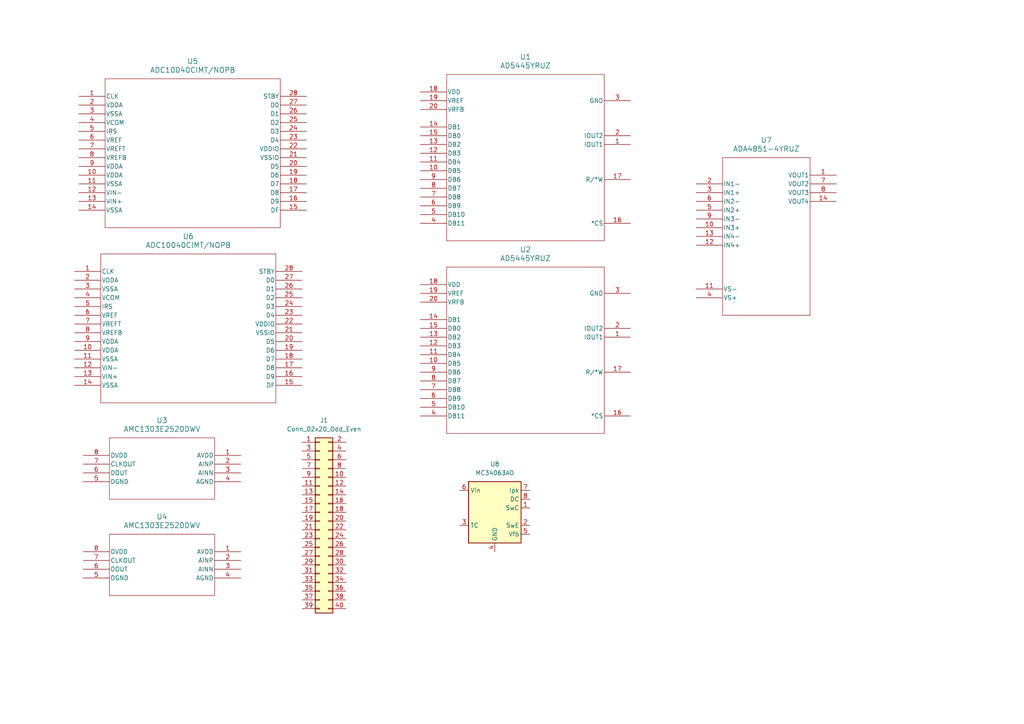
<source format=kicad_sch>
(kicad_sch (version 20231120) (generator "eeschema") (generator_version "8.0")
  (paper "A4")
  (lib_symbols
    (symbol "AD5445YRUZ:AD5445YRUZ" (pin_names (offset 0.254))
      (property "Reference" "U" (at 30.48 10.16 0))
      (property "Value" "AD5445YRUZ" (at 30.48 7.62 0))
      (symbol "AD5445YRUZ_0_1"
        (polyline (pts (xy 7.62 -43.18) (xy 53.34 -43.18)) (stroke (width 0.127)))
        (polyline (pts (xy 7.62 5.08) (xy 7.62 -43.18)) (stroke (width 0.127)))
        (polyline (pts (xy 53.34 -43.18) (xy 53.34 5.08)) (stroke (width 0.127)))
        (polyline (pts (xy 53.34 5.08) (xy 7.62 5.08)) (stroke (width 0.127)))
        (pin unspecified line (at 60.96 -15.24 180) (length 7.62) (name "IOUT1") (number "1"))
        (pin unspecified line (at 0 -22.86 0) (length 7.62) (name "DB5") (number "10"))
        (pin unspecified line (at 0 -20.32 0) (length 7.62) (name "DB4") (number "11"))
        (pin unspecified line (at 0 -17.78 0) (length 7.62) (name "DB3") (number "12"))
        (pin unspecified line (at 0 -15.24 0) (length 7.62) (name "DB2") (number "13"))
        (pin unspecified line (at 0 -10.16 0) (length 7.62) (name "DB1") (number "14"))
        (pin unspecified line (at 0 -12.7 0) (length 7.62) (name "DB0") (number "15"))
        (pin unspecified line (at 60.96 -38.1 180) (length 7.62) (name "*CS") (number "16"))
        (pin unspecified line (at 60.96 -25.4 180) (length 7.62) (name "R/*W") (number "17"))
        (pin unspecified line (at 0 0 0) (length 7.62) (name "VDD") (number "18"))
        (pin unspecified line (at 0 -2.54 0) (length 7.62) (name "VREF") (number "19"))
        (pin unspecified line (at 60.96 -12.7 180) (length 7.62) (name "IOUT2") (number "2"))
        (pin unspecified line (at 0 -5.08 0) (length 7.62) (name "VRFB") (number "20"))
        (pin unspecified line (at 60.96 -2.54 180) (length 7.62) (name "GND") (number "3"))
        (pin unspecified line (at 0 -38.1 0) (length 7.62) (name "DB11") (number "4"))
        (pin unspecified line (at 0 -35.56 0) (length 7.62) (name "DB10") (number "5"))
        (pin unspecified line (at 0 -33.02 0) (length 7.62) (name "DB9") (number "6"))
        (pin unspecified line (at 0 -30.48 0) (length 7.62) (name "DB8") (number "7"))
        (pin unspecified line (at 0 -27.94 0) (length 7.62) (name "DB7") (number "8"))
        (pin unspecified line (at 0 -25.4 0) (length 7.62) (name "DB6") (number "9"))
      )
    )
    (symbol "ADA4851:ADA4851-4YRUZ" (pin_names (offset 0.254))
      (property "Reference" "U" (at 20.32 12.7 0))
      (property "Value" "ADA4851-4YRUZ" (at 20.32 10.16 0))
      (symbol "ADA4851-4YRUZ_0_1"
        (polyline (pts (xy 7.62 -38.1) (xy 33.02 -38.1)) (stroke (width 0.127)))
        (polyline (pts (xy 7.62 7.62) (xy 7.62 -38.1)) (stroke (width 0.127)))
        (polyline (pts (xy 33.02 -38.1) (xy 33.02 7.62)) (stroke (width 0.127)))
        (polyline (pts (xy 33.02 7.62) (xy 7.62 7.62)) (stroke (width 0.127)))
        (pin output line (at 40.64 2.54 180) (length 7.62) (name "VOUT1") (number "1"))
        (pin input line (at 0 -12.7 0) (length 7.62) (name "IN3+") (number "10"))
        (pin power_in line (at 0 -30.48 0) (length 7.62) (name "VS-") (number "11"))
        (pin input line (at 0 -17.78 0) (length 7.62) (name "IN4+") (number "12"))
        (pin input line (at 0 -15.24 0) (length 7.62) (name "IN4-") (number "13"))
        (pin output line (at 40.64 -5.08 180) (length 7.62) (name "VOUT4") (number "14"))
        (pin input line (at 0 0 0) (length 7.62) (name "IN1-") (number "2"))
        (pin input line (at 0 -2.54 0) (length 7.62) (name "IN1+") (number "3"))
        (pin power_in line (at 0 -33.02 0) (length 7.62) (name "VS+") (number "4"))
        (pin input line (at 0 -7.62 0) (length 7.62) (name "IN2+") (number "5"))
        (pin input line (at 0 -5.08 0) (length 7.62) (name "IN2-") (number "6"))
        (pin output line (at 40.64 0 180) (length 7.62) (name "VOUT2") (number "7"))
        (pin output line (at 40.64 -2.54 180) (length 7.62) (name "VOUT3") (number "8"))
        (pin input line (at 0 -10.16 0) (length 7.62) (name "IN3-") (number "9"))
      )
    )
    (symbol "ADC10040:ADC10040CIMT_NOPB" (pin_names (offset 0.254))
      (property "Reference" "U" (at 33.02 10.16 0))
      (property "Value" "ADC10040CIMT/NOPB" (at 33.02 7.62 0))
      (symbol "ADC10040CIMT_NOPB_0_1"
        (polyline (pts (xy 7.62 -38.1) (xy 58.42 -38.1)) (stroke (width 0.127)))
        (polyline (pts (xy 7.62 5.08) (xy 7.62 -38.1)) (stroke (width 0.127)))
        (polyline (pts (xy 58.42 -38.1) (xy 58.42 5.08)) (stroke (width 0.127)))
        (polyline (pts (xy 58.42 5.08) (xy 7.62 5.08)) (stroke (width 0.127)))
        (pin passive line (at 0 0 0) (length 7.62) (name "CLK") (number "1"))
        (pin passive line (at 0 -22.86 0) (length 7.62) (name "VDDA") (number "10"))
        (pin passive line (at 0 -25.4 0) (length 7.62) (name "VSSA") (number "11"))
        (pin input line (at 0 -27.94 0) (length 7.62) (name "VIN-") (number "12"))
        (pin input line (at 0 -30.48 0) (length 7.62) (name "VIN+") (number "13"))
        (pin passive line (at 0 -33.02 0) (length 7.62) (name "VSSA") (number "14"))
        (pin passive line (at 66.04 -33.02 180) (length 7.62) (name "DF") (number "15"))
        (pin output line (at 66.04 -30.48 180) (length 7.62) (name "D9") (number "16"))
        (pin output line (at 66.04 -27.94 180) (length 7.62) (name "D8") (number "17"))
        (pin output line (at 66.04 -25.4 180) (length 7.62) (name "D7") (number "18"))
        (pin output line (at 66.04 -22.86 180) (length 7.62) (name "D6") (number "19"))
        (pin passive line (at 0 -2.54 0) (length 7.62) (name "VDDA") (number "2"))
        (pin output line (at 66.04 -20.32 180) (length 7.62) (name "D5") (number "20"))
        (pin passive line (at 66.04 -17.78 180) (length 7.62) (name "VSSIO") (number "21"))
        (pin passive line (at 66.04 -15.24 180) (length 7.62) (name "VDDIO") (number "22"))
        (pin output line (at 66.04 -12.7 180) (length 7.62) (name "D4") (number "23"))
        (pin output line (at 66.04 -10.16 180) (length 7.62) (name "D3") (number "24"))
        (pin output line (at 66.04 -7.62 180) (length 7.62) (name "D2") (number "25"))
        (pin output line (at 66.04 -5.08 180) (length 7.62) (name "D1") (number "26"))
        (pin output line (at 66.04 -2.54 180) (length 7.62) (name "D0") (number "27"))
        (pin passive line (at 66.04 0 180) (length 7.62) (name "STBY") (number "28"))
        (pin passive line (at 0 -5.08 0) (length 7.62) (name "VSSA") (number "3"))
        (pin passive line (at 0 -7.62 0) (length 7.62) (name "VCOM") (number "4"))
        (pin passive line (at 0 -10.16 0) (length 7.62) (name "IRS") (number "5"))
        (pin passive line (at 0 -12.7 0) (length 7.62) (name "VREF") (number "6"))
        (pin passive line (at 0 -15.24 0) (length 7.62) (name "VREFT") (number "7"))
        (pin passive line (at 0 -17.78 0) (length 7.62) (name "VREFB") (number "8"))
        (pin passive line (at 0 -20.32 0) (length 7.62) (name "VDDA") (number "9"))
      )
    )
    (symbol "AMC1303E2520DWV:AMC1303E2520DWV" (pin_names (offset 0.254))
      (property "Reference" "U" (at 22.86 10.16 0))
      (property "Value" "AMC1303E2520DWV" (at 22.86 7.62 0))
      (symbol "AMC1303E2520DWV_0_1"
        (polyline (pts (xy 7.62 -12.7) (xy 38.1 -12.7)) (stroke (width 0.127)))
        (polyline (pts (xy 7.62 5.08) (xy 7.62 -12.7)) (stroke (width 0.127)))
        (polyline (pts (xy 38.1 -12.7) (xy 38.1 5.08)) (stroke (width 0.127)))
        (polyline (pts (xy 38.1 5.08) (xy 7.62 5.08)) (stroke (width 0.127)))
        (pin power_in line (at 0 0 0) (length 7.62) (name "AVDD") (number "1"))
        (pin input line (at 0 -2.54 0) (length 7.62) (name "AINP") (number "2"))
        (pin input line (at 0 -5.08 0) (length 7.62) (name "AINN") (number "3"))
        (pin power_in line (at 0 -7.62 0) (length 7.62) (name "AGND") (number "4"))
        (pin power_in line (at 45.72 -7.62 180) (length 7.62) (name "DGND") (number "5"))
        (pin output line (at 45.72 -5.08 180) (length 7.62) (name "DOUT") (number "6"))
        (pin unspecified line (at 45.72 -2.54 180) (length 7.62) (name "CLKOUT") (number "7"))
        (pin power_in line (at 45.72 0 180) (length 7.62) (name "DVDD") (number "8"))
      )
    )
    (symbol "Connector_Generic:Conn_02x20_Odd_Even" (pin_names (offset 1.016) hide)
      (property "Reference" "J" (at 1.27 25.4 0))
      (property "Value" "Conn_02x20_Odd_Even" (at 1.27 -27.94 0))
      (symbol "Conn_02x20_Odd_Even_1_1"
        (rectangle (start -1.27 -25.273) (end 0 -25.527) (stroke (width 0.1524)))
        (rectangle (start -1.27 -22.733) (end 0 -22.987) (stroke (width 0.1524)))
        (rectangle (start -1.27 -20.193) (end 0 -20.447) (stroke (width 0.1524)))
        (rectangle (start -1.27 -17.653) (end 0 -17.907) (stroke (width 0.1524)))
        (rectangle (start -1.27 -15.113) (end 0 -15.367) (stroke (width 0.1524)))
        (rectangle (start -1.27 -12.573) (end 0 -12.827) (stroke (width 0.1524)))
        (rectangle (start -1.27 -10.033) (end 0 -10.287) (stroke (width 0.1524)))
        (rectangle (start -1.27 -7.493) (end 0 -7.747) (stroke (width 0.1524)))
        (rectangle (start -1.27 -4.953) (end 0 -5.207) (stroke (width 0.1524)))
        (rectangle (start -1.27 -2.413) (end 0 -2.667) (stroke (width 0.1524)))
        (rectangle (start -1.27 0.127) (end 0 -0.127) (stroke (width 0.1524)))
        (rectangle (start -1.27 2.667) (end 0 2.413) (stroke (width 0.1524)))
        (rectangle (start -1.27 5.207) (end 0 4.953) (stroke (width 0.1524)))
        (rectangle (start -1.27 7.747) (end 0 7.493) (stroke (width 0.1524)))
        (rectangle (start -1.27 10.287) (end 0 10.033) (stroke (width 0.1524)))
        (rectangle (start -1.27 12.827) (end 0 12.573) (stroke (width 0.1524)))
        (rectangle (start -1.27 15.367) (end 0 15.113) (stroke (width 0.1524)))
        (rectangle (start -1.27 17.907) (end 0 17.653) (stroke (width 0.1524)))
        (rectangle (start -1.27 20.447) (end 0 20.193) (stroke (width 0.1524)))
        (rectangle (start -1.27 22.987) (end 0 22.733) (stroke (width 0.1524)))
        (rectangle (start -1.27 24.13) (end 3.81 -26.67) (stroke (width 0.254)) (fill (type background)))
        (rectangle (start 3.81 -25.273) (end 2.54 -25.527) (stroke (width 0.1524)))
        (rectangle (start 3.81 -22.733) (end 2.54 -22.987) (stroke (width 0.1524)))
        (rectangle (start 3.81 -20.193) (end 2.54 -20.447) (stroke (width 0.1524)))
        (rectangle (start 3.81 -17.653) (end 2.54 -17.907) (stroke (width 0.1524)))
        (rectangle (start 3.81 -15.113) (end 2.54 -15.367) (stroke (width 0.1524)))
        (rectangle (start 3.81 -12.573) (end 2.54 -12.827) (stroke (width 0.1524)))
        (rectangle (start 3.81 -10.033) (end 2.54 -10.287) (stroke (width 0.1524)))
        (rectangle (start 3.81 -7.493) (end 2.54 -7.747) (stroke (width 0.1524)))
        (rectangle (start 3.81 -4.953) (end 2.54 -5.207) (stroke (width 0.1524)))
        (rectangle (start 3.81 -2.413) (end 2.54 -2.667) (stroke (width 0.1524)))
        (rectangle (start 3.81 0.127) (end 2.54 -0.127) (stroke (width 0.1524)))
        (rectangle (start 3.81 2.667) (end 2.54 2.413) (stroke (width 0.1524)))
        (rectangle (start 3.81 5.207) (end 2.54 4.953) (stroke (width 0.1524)))
        (rectangle (start 3.81 7.747) (end 2.54 7.493) (stroke (width 0.1524)))
        (rectangle (start 3.81 10.287) (end 2.54 10.033) (stroke (width 0.1524)))
        (rectangle (start 3.81 12.827) (end 2.54 12.573) (stroke (width 0.1524)))
        (rectangle (start 3.81 15.367) (end 2.54 15.113) (stroke (width 0.1524)))
        (rectangle (start 3.81 17.907) (end 2.54 17.653) (stroke (width 0.1524)))
        (rectangle (start 3.81 20.447) (end 2.54 20.193) (stroke (width 0.1524)))
        (rectangle (start 3.81 22.987) (end 2.54 22.733) (stroke (width 0.1524)))
        (pin passive line (at -5.08 22.86 0) (length 3.81) (name "Pin_1") (number "1"))
        (pin passive line (at 7.62 12.7 180) (length 3.81) (name "Pin_10") (number "10"))
        (pin passive line (at -5.08 10.16 0) (length 3.81) (name "Pin_11") (number "11"))
        (pin passive line (at 7.62 10.16 180) (length 3.81) (name "Pin_12") (number "12"))
        (pin passive line (at -5.08 7.62 0) (length 3.81) (name "Pin_13") (number "13"))
        (pin passive line (at 7.62 7.62 180) (length 3.81) (name "Pin_14") (number "14"))
        (pin passive line (at -5.08 5.08 0) (length 3.81) (name "Pin_15") (number "15"))
        (pin passive line (at 7.62 5.08 180) (length 3.81) (name "Pin_16") (number "16"))
        (pin passive line (at -5.08 2.54 0) (length 3.81) (name "Pin_17") (number "17"))
        (pin passive line (at 7.62 2.54 180) (length 3.81) (name "Pin_18") (number "18"))
        (pin passive line (at -5.08 0 0) (length 3.81) (name "Pin_19") (number "19"))
        (pin passive line (at 7.62 22.86 180) (length 3.81) (name "Pin_2") (number "2"))
        (pin passive line (at 7.62 0 180) (length 3.81) (name "Pin_20") (number "20"))
        (pin passive line (at -5.08 -2.54 0) (length 3.81) (name "Pin_21") (number "21"))
        (pin passive line (at 7.62 -2.54 180) (length 3.81) (name "Pin_22") (number "22"))
        (pin passive line (at -5.08 -5.08 0) (length 3.81) (name "Pin_23") (number "23"))
        (pin passive line (at 7.62 -5.08 180) (length 3.81) (name "Pin_24") (number "24"))
        (pin passive line (at -5.08 -7.62 0) (length 3.81) (name "Pin_25") (number "25"))
        (pin passive line (at 7.62 -7.62 180) (length 3.81) (name "Pin_26") (number "26"))
        (pin passive line (at -5.08 -10.16 0) (length 3.81) (name "Pin_27") (number "27"))
        (pin passive line (at 7.62 -10.16 180) (length 3.81) (name "Pin_28") (number "28"))
        (pin passive line (at -5.08 -12.7 0) (length 3.81) (name "Pin_29") (number "29"))
        (pin passive line (at -5.08 20.32 0) (length 3.81) (name "Pin_3") (number "3"))
        (pin passive line (at 7.62 -12.7 180) (length 3.81) (name "Pin_30") (number "30"))
        (pin passive line (at -5.08 -15.24 0) (length 3.81) (name "Pin_31") (number "31"))
        (pin passive line (at 7.62 -15.24 180) (length 3.81) (name "Pin_32") (number "32"))
        (pin passive line (at -5.08 -17.78 0) (length 3.81) (name "Pin_33") (number "33"))
        (pin passive line (at 7.62 -17.78 180) (length 3.81) (name "Pin_34") (number "34"))
        (pin passive line (at -5.08 -20.32 0) (length 3.81) (name "Pin_35") (number "35"))
        (pin passive line (at 7.62 -20.32 180) (length 3.81) (name "Pin_36") (number "36"))
        (pin passive line (at -5.08 -22.86 0) (length 3.81) (name "Pin_37") (number "37"))
        (pin passive line (at 7.62 -22.86 180) (length 3.81) (name "Pin_38") (number "38"))
        (pin passive line (at -5.08 -25.4 0) (length 3.81) (name "Pin_39") (number "39"))
        (pin passive line (at 7.62 20.32 180) (length 3.81) (name "Pin_4") (number "4"))
        (pin passive line (at 7.62 -25.4 180) (length 3.81) (name "Pin_40") (number "40"))
        (pin passive line (at -5.08 17.78 0) (length 3.81) (name "Pin_5") (number "5"))
        (pin passive line (at 7.62 17.78 180) (length 3.81) (name "Pin_6") (number "6"))
        (pin passive line (at -5.08 15.24 0) (length 3.81) (name "Pin_7") (number "7"))
        (pin passive line (at 7.62 15.24 180) (length 3.81) (name "Pin_8") (number "8"))
        (pin passive line (at -5.08 12.7 0) (length 3.81) (name "Pin_9") (number "9"))
      )
    )
    (symbol "Regulator_Switching:MC34063AD"
      (property "Reference" "U" (at -7.62 8.89 0))
      (property "Value" "MC34063AD" (at 0 8.89 0))
      (symbol "MC34063AD_0_1"
        (rectangle (start -7.62 7.62) (end 7.62 -10.16) (stroke (width 0.254)) (fill (type background)))
      )
      (symbol "MC34063AD_1_1"
        (pin open_collector line (at 10.16 0 180) (length 2.54) (name "SwC") (number "1"))
        (pin open_emitter line (at 10.16 -5.08 180) (length 2.54) (name "SwE") (number "2"))
        (pin passive line (at -10.16 -5.08 0) (length 2.54) (name "TC") (number "3"))
        (pin power_in line (at 0 -12.7 90) (length 2.54) (name "GND") (number "4"))
        (pin input line (at 10.16 -7.62 180) (length 2.54) (name "Vfb") (number "5"))
        (pin power_in line (at -10.16 5.08 0) (length 2.54) (name "Vin") (number "6"))
        (pin input line (at 10.16 5.08 180) (length 2.54) (name "Ipk") (number "7"))
        (pin open_collector line (at 10.16 2.54 180) (length 2.54) (name "DC") (number "8"))
      )
    )
  )
  (symbol (lib_id "ADA4851:ADA4851-4YRUZ") (at 201.93 53.34 0) (unit 1)
    (property "Reference" "U7" (at 222.25 40.64 0) (effects (font (size 1.524 1.524))))
    (property "Value" "ADA4851-4YRUZ" (at 222.25 43.18 0) (effects (font (size 1.524 1.524))))
    (property "Footprint" "RU_14_ADI" (effects (hide yes)))
    (property "Datasheet" "ADA4851-4YRUZ" (effects (hide yes)))
  )
  (symbol (lib_id "ADC10040:ADC10040CIMT_NOPB") (at 21.59 78.74 0) (unit 1)
    (property "Reference" "U6" (at 54.61 68.58 0) (effects (font (size 1.524 1.524))))
    (property "Value" "ADC10040CIMT/NOPB" (at 54.61 71.12 0) (effects (font (size 1.524 1.524))))
    (property "Footprint" "MTC28" (effects (hide yes)))
    (property "Datasheet" "ADC10040CIMT/NOPB" (effects (hide yes)))
  )
  (symbol (lib_id "AMC1303E2520DWV:AMC1303E2520DWV") (at 69.85 132.08 0) (mirror y) (unit 1)
    (property "Reference" "U3" (at 46.99 121.92 0) (effects (font (size 1.524 1.524))))
    (property "Value" "AMC1303E2520DWV" (at 46.99 124.46 0) (effects (font (size 1.524 1.524))))
    (property "Footprint" "DWV0008A_TEX" (effects (hide yes)))
    (property "Datasheet" "AMC1303E2520DWV" (effects (hide yes)))
  )
  (symbol (lib_id "Regulator_Switching:MC34063AD") (at 143.51 147.32 0) (unit 1)
    (property "Reference" "U8" (at 143.51 134.62 0))
    (property "Value" "MC34063AD" (at 143.51 137.16 0))
    (property "Footprint" "Package_SO:SOIC-8_3.9x4.9mm_P1.27mm" (effects (hide yes)))
    (property "Datasheet" "http://www.onsemi.com/pub_link/Collateral/MC34063A-D.PDF" (effects (hide yes)))
    (property "Description" "1.5A, step-up/down/inverting switching regulator, 3-40V Vin, 100kHz, SO-8" (effects (hide yes)))
  )
  (symbol (lib_id "AD5445YRUZ:AD5445YRUZ") (at 121.92 82.55 0) (unit 1)
    (property "Reference" "U2" (at 152.4 72.39 0) (effects (font (size 1.524 1.524))))
    (property "Value" "AD5445YRUZ" (at 152.4 74.93 0) (effects (font (size 1.524 1.524))))
    (property "Footprint" "RU_20_ADI" (effects (hide yes)))
    (property "Datasheet" "AD5445YRUZ" (effects (hide yes)))
  )
  (symbol (lib_id "Connector_Generic:Conn_02x20_Odd_Even") (at 92.71 151.13 0) (unit 1)
    (property "Reference" "J1" (at 93.98 121.92 0))
    (property "Value" "Conn_02x20_Odd_Even" (at 93.98 124.46 0))
    (property "Description" "Generic connector, double row, 02x20, odd/even pin numbering scheme (row 1 odd numbers, row 2 even numbers), script generated (kicad-library-utils/schlib/autogen/connector/)" (effects (hide yes)))
  )
  (symbol (lib_id "ADC10040:ADC10040CIMT_NOPB") (at 22.86 27.94 0) (unit 1)
    (property "Reference" "U5" (at 55.88 17.78 0) (effects (font (size 1.524 1.524))))
    (property "Value" "ADC10040CIMT/NOPB" (at 55.88 20.32 0) (effects (font (size 1.524 1.524))))
    (property "Footprint" "MTC28" (effects (hide yes)))
    (property "Datasheet" "ADC10040CIMT/NOPB" (effects (hide yes)))
  )
  (symbol (lib_id "AMC1303E2520DWV:AMC1303E2520DWV") (at 69.85 160.02 0) (mirror y) (unit 1)
    (property "Reference" "U4" (at 46.99 149.86 0) (effects (font (size 1.524 1.524))))
    (property "Value" "AMC1303E2520DWV" (at 46.99 152.4 0) (effects (font (size 1.524 1.524))))
    (property "Footprint" "DWV0008A_TEX" (effects (hide yes)))
    (property "Datasheet" "AMC1303E2520DWV" (effects (hide yes)))
  )
  (symbol (lib_id "AD5445YRUZ:AD5445YRUZ") (at 121.92 26.67 0) (unit 1)
    (property "Reference" "U1" (at 152.4 16.51 0) (effects (font (size 1.524 1.524))))
    (property "Value" "AD5445YRUZ" (at 152.4 19.05 0) (effects (font (size 1.524 1.524))))
    (property "Footprint" "RU_20_ADI" (effects (hide yes)))
    (property "Datasheet" "AD5445YRUZ" (effects (hide yes)))
  )
)
</source>
